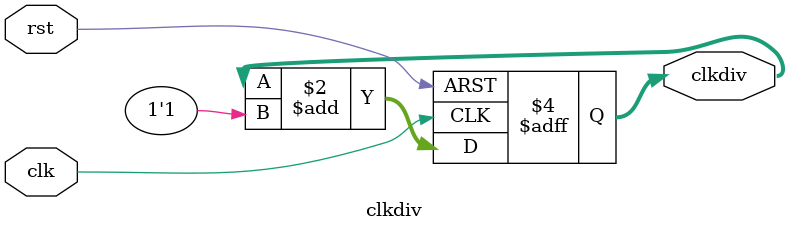
<source format=v>
`timescale 1ns / 1ps
module clkdiv(
		input clk,
		input rst,
		output reg[31:0] clkdiv
    );
    
    initial begin
        clkdiv <= 0;
    end
	
	always @ (posedge clk or posedge rst) begin
		if(rst) clkdiv <= 0;
		else clkdiv <= clkdiv + 1'b1;
	end

endmodule

</source>
